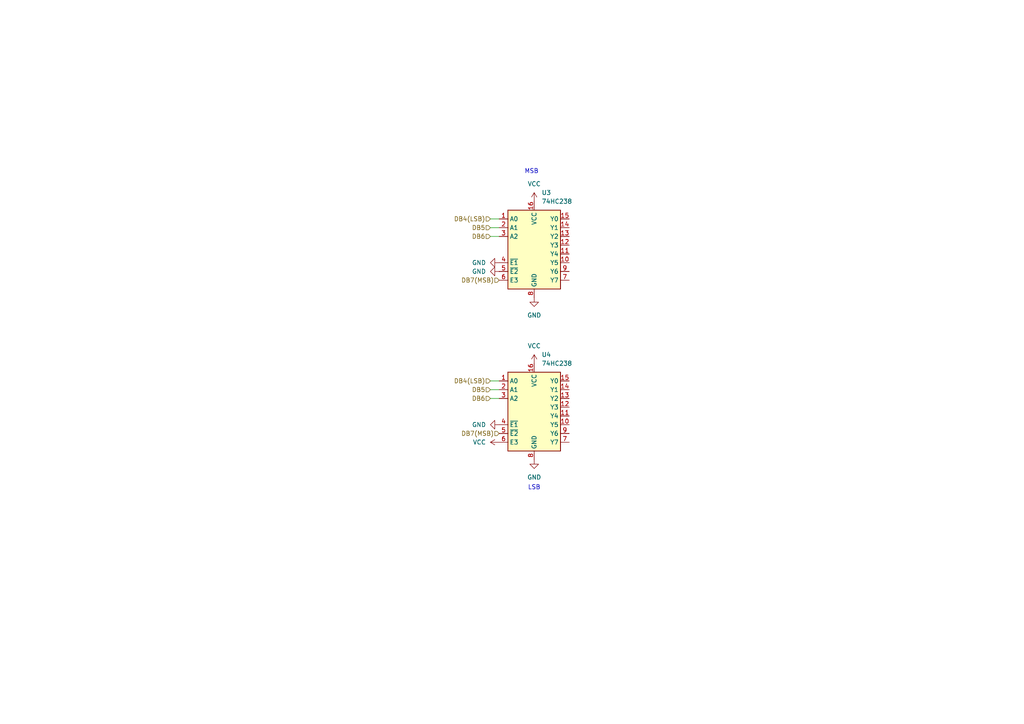
<source format=kicad_sch>
(kicad_sch (version 20250114) (generator "eeschema") (generator_version "9.0")
  (paper "A4")
  (lib_symbols
    (symbol "74xx:74HC238"
      (property "Reference" "U" (at -7.62 13.97 0))
      (property "Value" "74HC238" (at 2.54 -11.43 0))
      (symbol "74HC238_0_1"
        (rectangle (start -7.62 12.7) (end 7.62 -10.16) (stroke (width 0.254)) (fill (type background)))
      )
      (symbol "74HC238_1_1"
        (pin input line (at -10.16 10.16 0) (length 2.54) (name "A0") (number "1"))
        (pin input line (at -10.16 7.62 0) (length 2.54) (name "A1") (number "2"))
        (pin input line (at -10.16 5.08 0) (length 2.54) (name "A2") (number "3"))
        (pin input line (at -10.16 -2.54 0) (length 2.54) (name "~{E1}") (number "4"))
        (pin input line (at -10.16 -5.08 0) (length 2.54) (name "~{E2}") (number "5"))
        (pin input line (at -10.16 -7.62 0) (length 2.54) (name "E3") (number "6"))
        (pin power_in line (at 0 15.24 270) (length 2.54) (name "VCC") (number "16"))
        (pin power_in line (at 0 -12.7 90) (length 2.54) (name "GND") (number "8"))
        (pin output line (at 10.16 10.16 180) (length 2.54) (name "Y0") (number "15"))
        (pin output line (at 10.16 7.62 180) (length 2.54) (name "Y1") (number "14"))
        (pin output line (at 10.16 5.08 180) (length 2.54) (name "Y2") (number "13"))
        (pin output line (at 10.16 2.54 180) (length 2.54) (name "Y3") (number "12"))
        (pin output line (at 10.16 0 180) (length 2.54) (name "Y4") (number "11"))
        (pin output line (at 10.16 -2.54 180) (length 2.54) (name "Y5") (number "10"))
        (pin output line (at 10.16 -5.08 180) (length 2.54) (name "Y6") (number "9"))
        (pin output line (at 10.16 -7.62 180) (length 2.54) (name "Y7") (number "7"))
      )
    )
    (symbol "power:GND" (power) (pin_numbers (hide yes)) (pin_names (offset 0) (hide yes))
      (property "Value" "GND" (at 0 -3.81 0))
      (symbol "GND_0_1"
        (polyline (pts (xy 0 0) (xy 0 -1.27) (xy 1.27 -1.27) (xy 0 -2.54) (xy -1.27 -1.27) (xy 0 -1.27)))
      )
      (symbol "GND_1_1"
        (pin power_in line (at 0 0 270) (length 0) (name "~") (number "1"))
      )
    )
    (symbol "power:VCC" (power) (pin_numbers (hide yes)) (pin_names (offset 0) (hide yes))
      (property "Value" "VCC" (at 0 3.556 0))
      (symbol "VCC_0_1"
        (polyline (pts (xy -0.762 1.27) (xy 0 2.54)))
        (polyline (pts (xy 0 2.54) (xy 0.762 1.27)))
        (polyline (pts (xy 0 0) (xy 0 2.54)))
      )
      (symbol "VCC_1_1"
        (pin power_in line (at 0 0 90) (length 0) (name "~") (number "1"))
      )
    )
  )
  (text "MSB\n" (at 154.178 49.784 0) (effects (font (size 1.27 1.27))))
  (text "LSB" (at 154.94 141.478 0) (effects (font (size 1.27 1.27))))
  (wire (pts (xy 142.24 63.5) (xy 144.78 63.5)))
  (wire (pts (xy 142.24 66.04) (xy 144.78 66.04)))
  (wire (pts (xy 142.24 113.03) (xy 144.78 113.03)))
  (wire (pts (xy 142.24 68.58) (xy 144.78 68.58)))
  (wire (pts (xy 142.24 115.57) (xy 144.78 115.57)))
  (wire (pts (xy 142.24 110.49) (xy 144.78 110.49)))
  (hierarchical_label "DB5" (shape input) (at 142.24 113.03 180))
  (hierarchical_label "DB7(MSB)" (shape input) (at 144.78 125.73 180))
  (hierarchical_label "DB4(LSB)" (shape input) (at 142.24 110.49 180))
  (hierarchical_label "DB7(MSB)" (shape input) (at 144.78 81.28 180))
  (hierarchical_label "DB6" (shape input) (at 142.24 68.58 180))
  (hierarchical_label "DB4(LSB)" (shape input) (at 142.24 63.5 180))
  (hierarchical_label "DB5" (shape input) (at 142.24 66.04 180))
  (hierarchical_label "DB6" (shape input) (at 142.24 115.57 180))
  (symbol (lib_id "74xx:74HC238") (at 154.94 73.66 0) (unit 1)
    (property "Reference" "U3" (at 157.0833 55.88 0) (effects (justify left)))
    (property "Value" "74HC238" (at 157.0833 58.42 0) (effects (justify left)))
    (property "Datasheet" "https://www.ti.com/lit/ds/symlink/cd74hc238.pdf" (effects (hide yes)))
    (property "Description" "3-to-8 line decoder/multiplexer, DIP-16/SOIC-16/SSOP-16" (effects (hide yes)))
  )
  (symbol (lib_id "power:GND") (at 154.94 86.36 0) (unit 1)
    (property "Reference" "#PWR08" (effects (hide yes)))
    (property "Value" "GND" (at 154.94 91.44 0))
    (property "Description" "Power symbol creates a global label with name \"GND\" , ground" (effects (hide yes)))
  )
  (symbol (lib_id "power:GND") (at 144.78 78.74 270) (unit 1)
    (property "Reference" "#PWR0105" (effects (hide yes)))
    (property "Value" "GND" (at 140.97 78.7399 90) (effects (justify right)))
    (property "Description" "Power symbol creates a global label with name \"GND\" , ground" (effects (hide yes)))
  )
  (symbol (lib_id "power:GND") (at 154.94 133.35 0) (unit 1)
    (property "Reference" "#PWR0106" (effects (hide yes)))
    (property "Value" "GND" (at 154.94 138.43 0))
    (property "Description" "Power symbol creates a global label with name \"GND\" , ground" (effects (hide yes)))
  )
  (symbol (lib_id "74xx:74HC238") (at 154.94 120.65 0) (unit 1)
    (property "Reference" "U4" (at 157.0833 102.87 0) (effects (justify left)))
    (property "Value" "74HC238" (at 157.0833 105.41 0) (effects (justify left)))
    (property "Datasheet" "https://www.ti.com/lit/ds/symlink/cd74hc238.pdf" (effects (hide yes)))
    (property "Description" "3-to-8 line decoder/multiplexer, DIP-16/SOIC-16/SSOP-16" (effects (hide yes)))
  )
  (symbol (lib_id "power:GND") (at 144.78 123.19 270) (unit 1)
    (property "Reference" "#PWR011" (effects (hide yes)))
    (property "Value" "GND" (at 140.97 123.1899 90) (effects (justify right)))
    (property "Description" "Power symbol creates a global label with name \"GND\" , ground" (effects (hide yes)))
  )
  (symbol (lib_id "power:VCC") (at 144.78 128.27 90) (unit 1)
    (property "Reference" "#PWR010" (effects (hide yes)))
    (property "Value" "VCC" (at 140.97 128.2699 90) (effects (justify left)))
    (property "Description" "Power symbol creates a global label with name \"VCC\"" (effects (hide yes)))
  )
  (symbol (lib_id "power:VCC") (at 154.94 58.42 0) (unit 1)
    (property "Reference" "#PWR0104" (effects (hide yes)))
    (property "Value" "VCC" (at 154.94 53.34 0))
    (property "Description" "Power symbol creates a global label with name \"VCC\"" (effects (hide yes)))
  )
  (symbol (lib_id "power:VCC") (at 154.94 105.41 0) (unit 1)
    (property "Reference" "#PWR0107" (effects (hide yes)))
    (property "Value" "VCC" (at 154.94 100.33 0))
    (property "Description" "Power symbol creates a global label with name \"VCC\"" (effects (hide yes)))
  )
  (symbol (lib_id "power:GND") (at 144.78 76.2 270) (unit 1)
    (property "Reference" "#PWR09" (effects (hide yes)))
    (property "Value" "GND" (at 140.97 76.1999 90) (effects (justify right)))
    (property "Description" "Power symbol creates a global label with name \"GND\" , ground" (effects (hide yes)))
  )
)
</source>
